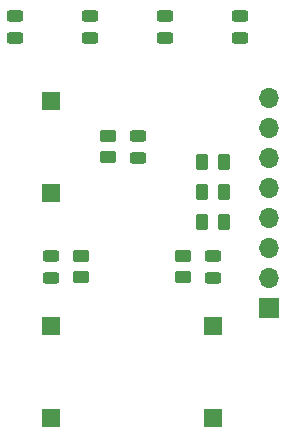
<source format=gbr>
%TF.GenerationSoftware,KiCad,Pcbnew,8.0.1*%
%TF.CreationDate,2024-04-28T14:25:20+02:00*%
%TF.ProjectId,top_led_btn_2MU_TOP,746f705f-6c65-4645-9f62-746e5f324d55,rev?*%
%TF.SameCoordinates,Original*%
%TF.FileFunction,Soldermask,Top*%
%TF.FilePolarity,Negative*%
%FSLAX46Y46*%
G04 Gerber Fmt 4.6, Leading zero omitted, Abs format (unit mm)*
G04 Created by KiCad (PCBNEW 8.0.1) date 2024-04-28 14:25:20*
%MOMM*%
%LPD*%
G01*
G04 APERTURE LIST*
G04 Aperture macros list*
%AMRoundRect*
0 Rectangle with rounded corners*
0 $1 Rounding radius*
0 $2 $3 $4 $5 $6 $7 $8 $9 X,Y pos of 4 corners*
0 Add a 4 corners polygon primitive as box body*
4,1,4,$2,$3,$4,$5,$6,$7,$8,$9,$2,$3,0*
0 Add four circle primitives for the rounded corners*
1,1,$1+$1,$2,$3*
1,1,$1+$1,$4,$5*
1,1,$1+$1,$6,$7*
1,1,$1+$1,$8,$9*
0 Add four rect primitives between the rounded corners*
20,1,$1+$1,$2,$3,$4,$5,0*
20,1,$1+$1,$4,$5,$6,$7,0*
20,1,$1+$1,$6,$7,$8,$9,0*
20,1,$1+$1,$8,$9,$2,$3,0*%
G04 Aperture macros list end*
%ADD10RoundRect,0.243750X0.456250X-0.243750X0.456250X0.243750X-0.456250X0.243750X-0.456250X-0.243750X0*%
%ADD11RoundRect,0.243750X-0.456250X0.243750X-0.456250X-0.243750X0.456250X-0.243750X0.456250X0.243750X0*%
%ADD12R,1.500000X1.500000*%
%ADD13RoundRect,0.250000X0.450000X-0.262500X0.450000X0.262500X-0.450000X0.262500X-0.450000X-0.262500X0*%
%ADD14RoundRect,0.250000X-0.262500X-0.450000X0.262500X-0.450000X0.262500X0.450000X-0.262500X0.450000X0*%
%ADD15RoundRect,0.250000X0.262500X0.450000X-0.262500X0.450000X-0.262500X-0.450000X0.262500X-0.450000X0*%
%ADD16R,1.700000X1.700000*%
%ADD17O,1.700000X1.700000*%
G04 APERTURE END LIST*
D10*
%TO.C,D6*%
X117856000Y-77802500D03*
X117856000Y-79677500D03*
%TD*%
D11*
%TO.C,D1*%
X115570000Y-87962500D03*
X115570000Y-89837500D03*
%TD*%
D12*
%TO.C,SW3*%
X108204000Y-111850000D03*
X108204000Y-104050000D03*
%TD*%
D11*
%TO.C,D7*%
X124206000Y-79677500D03*
X124206000Y-77802500D03*
%TD*%
D13*
%TO.C,R3*%
X110744000Y-99972500D03*
X110744000Y-98147500D03*
%TD*%
D14*
%TO.C,R4*%
X121007500Y-90170000D03*
X122832500Y-90170000D03*
%TD*%
D13*
%TO.C,R1*%
X113030000Y-89812500D03*
X113030000Y-87987500D03*
%TD*%
%TO.C,R2*%
X119380000Y-99972500D03*
X119380000Y-98147500D03*
%TD*%
D15*
%TO.C,R5*%
X122832500Y-95250000D03*
X121007500Y-95250000D03*
%TD*%
D12*
%TO.C,SW1*%
X108204000Y-92800000D03*
X108204000Y-85000000D03*
%TD*%
D11*
%TO.C,D5*%
X111506000Y-79677500D03*
X111506000Y-77802500D03*
%TD*%
D14*
%TO.C,R6*%
X121007500Y-92710000D03*
X122832500Y-92710000D03*
%TD*%
D12*
%TO.C,SW2*%
X121920000Y-111850000D03*
X121920000Y-104050000D03*
%TD*%
D10*
%TO.C,D2*%
X121920000Y-99997500D03*
X121920000Y-98122500D03*
%TD*%
D16*
%TO.C,J2*%
X126660000Y-102560000D03*
D17*
X126660000Y-100020000D03*
X126660000Y-97480000D03*
X126660000Y-94940000D03*
X126660000Y-92400000D03*
X126660000Y-89860000D03*
X126660000Y-87320000D03*
X126660000Y-84780000D03*
%TD*%
D10*
%TO.C,D4*%
X105156000Y-77802500D03*
X105156000Y-79677500D03*
%TD*%
%TO.C,D3*%
X108204000Y-99997500D03*
X108204000Y-98122500D03*
%TD*%
M02*

</source>
